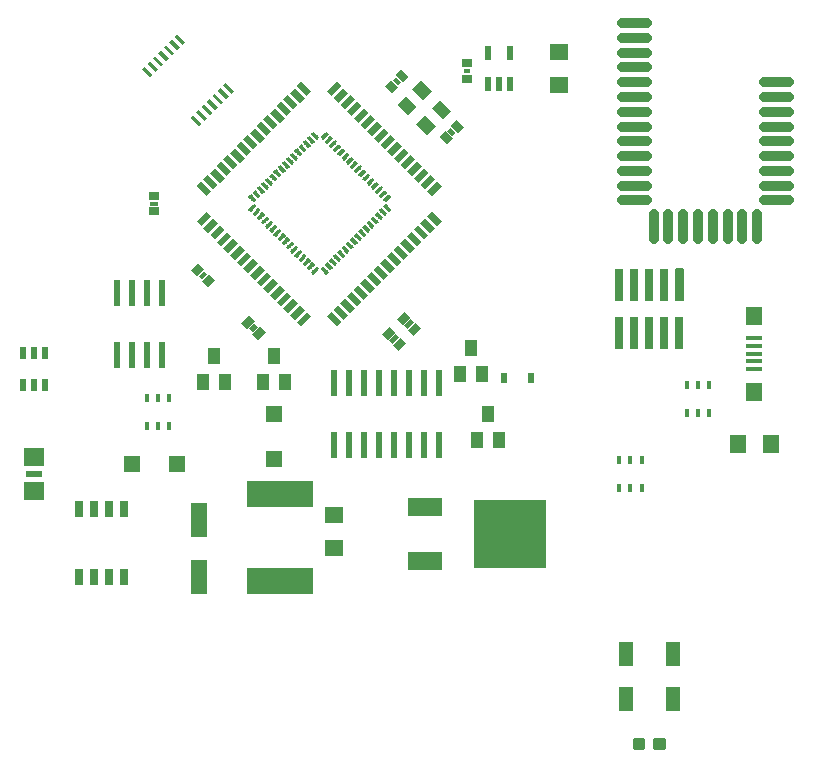
<source format=gtp>
G75*
%MOIN*%
%OFA0B0*%
%FSLAX24Y24*%
%IPPOS*%
%LPD*%
%AMOC8*
5,1,8,0,0,1.08239X$1,22.5*
%
%ADD10R,0.0394X0.0551*%
%ADD11R,0.0295X0.0551*%
%ADD12R,0.1181X0.0630*%
%ADD13R,0.2441X0.2283*%
%ADD14R,0.0630X0.0551*%
%ADD15R,0.0236X0.0866*%
%ADD16R,0.0354X0.0276*%
%ADD17R,0.0315X0.0157*%
%ADD18R,0.0551X0.1181*%
%ADD19R,0.0276X0.0354*%
%ADD20R,0.0157X0.0236*%
%ADD21R,0.0220X0.0470*%
%ADD22R,0.0470X0.0220*%
%ADD23R,0.0512X0.0413*%
%ADD24R,0.0531X0.0157*%
%ADD25R,0.0551X0.0630*%
%ADD26R,0.0157X0.0315*%
%ADD27R,0.0551X0.0551*%
%ADD28R,0.2200X0.0900*%
%ADD29R,0.0120X0.0390*%
%ADD30C,0.0335*%
%ADD31R,0.0217X0.0472*%
%ADD32R,0.0236X0.0157*%
%ADD33C,0.0058*%
%ADD34R,0.0291X0.1102*%
%ADD35C,0.0118*%
%ADD36R,0.0177X0.0276*%
%ADD37R,0.0236X0.0433*%
%ADD38R,0.0710X0.0630*%
%ADD39R,0.0551X0.0236*%
%ADD40C,0.0059*%
%ADD41R,0.0248X0.0327*%
%ADD42R,0.0500X0.0827*%
D10*
X006786Y013892D03*
X007534Y013892D03*
X007160Y014758D03*
X008786Y013892D03*
X009534Y013892D03*
X009160Y014758D03*
X015348Y014142D03*
X016097Y014142D03*
X015723Y015008D03*
X016285Y012821D03*
X015911Y011954D03*
X016659Y011954D03*
D11*
X002660Y007371D03*
X003160Y007371D03*
X003660Y007371D03*
X004160Y007371D03*
X004160Y009654D03*
X003660Y009654D03*
X003160Y009654D03*
X002660Y009654D03*
D12*
X014182Y009725D03*
X014182Y007925D03*
D13*
X017008Y008825D03*
D14*
X011160Y008336D03*
X011160Y009439D03*
X018660Y023774D03*
X018660Y024876D03*
D15*
X014660Y013849D03*
X014160Y013849D03*
X013660Y013849D03*
X013160Y013849D03*
X012660Y013849D03*
X012160Y013849D03*
X011660Y013849D03*
X011160Y013849D03*
X011160Y011801D03*
X011660Y011801D03*
X012160Y011801D03*
X012660Y011801D03*
X013160Y011801D03*
X013660Y011801D03*
X014160Y011801D03*
X014660Y011801D03*
X005410Y014801D03*
X004910Y014801D03*
X004410Y014801D03*
X003910Y014801D03*
X003910Y016849D03*
X004410Y016849D03*
X004910Y016849D03*
X005410Y016849D03*
D16*
X005160Y019569D03*
X005160Y020081D03*
X015598Y024001D03*
X015598Y024513D03*
D17*
X005160Y019825D03*
D18*
X006660Y009270D03*
X006660Y007380D03*
D19*
G36*
X013368Y015366D02*
X013563Y015171D01*
X013314Y014922D01*
X013119Y015117D01*
X013368Y015366D01*
G37*
G36*
X013006Y015728D02*
X013201Y015533D01*
X012952Y015284D01*
X012757Y015479D01*
X013006Y015728D01*
G37*
G36*
X013506Y016228D02*
X013701Y016033D01*
X013452Y015784D01*
X013257Y015979D01*
X013506Y016228D01*
G37*
G36*
X013868Y015866D02*
X014063Y015671D01*
X013814Y015422D01*
X013619Y015617D01*
X013868Y015866D01*
G37*
G36*
X008680Y015741D02*
X008875Y015546D01*
X008626Y015297D01*
X008431Y015492D01*
X008680Y015741D01*
G37*
G36*
X008319Y016103D02*
X008514Y015908D01*
X008265Y015659D01*
X008070Y015854D01*
X008319Y016103D01*
G37*
G36*
X006993Y017491D02*
X007188Y017296D01*
X006939Y017047D01*
X006744Y017242D01*
X006993Y017491D01*
G37*
G36*
X006631Y017853D02*
X006826Y017658D01*
X006577Y017409D01*
X006382Y017604D01*
X006631Y017853D01*
G37*
G36*
X013289Y023705D02*
X013094Y023510D01*
X012845Y023759D01*
X013040Y023954D01*
X013289Y023705D01*
G37*
G36*
X013651Y024067D02*
X013456Y023872D01*
X013207Y024121D01*
X013402Y024316D01*
X013651Y024067D01*
G37*
G36*
X015031Y022423D02*
X015226Y022618D01*
X015475Y022369D01*
X015280Y022174D01*
X015031Y022423D01*
G37*
G36*
X014669Y022061D02*
X014864Y022256D01*
X015113Y022007D01*
X014918Y021812D01*
X014669Y022061D01*
G37*
D20*
G36*
X014934Y022243D02*
X015044Y022353D01*
X015210Y022187D01*
X015100Y022077D01*
X014934Y022243D01*
G37*
G36*
X013386Y023885D02*
X013276Y023775D01*
X013110Y023941D01*
X013220Y024051D01*
X013386Y023885D01*
G37*
G36*
X006813Y017588D02*
X006923Y017478D01*
X006757Y017312D01*
X006647Y017422D01*
X006813Y017588D01*
G37*
G36*
X008501Y015838D02*
X008611Y015728D01*
X008445Y015562D01*
X008335Y015672D01*
X008501Y015838D01*
G37*
D21*
G36*
X009579Y016894D02*
X009734Y016739D01*
X009403Y016408D01*
X009248Y016563D01*
X009579Y016894D01*
G37*
G36*
X009356Y017117D02*
X009511Y016962D01*
X009180Y016631D01*
X009025Y016786D01*
X009356Y017117D01*
G37*
G36*
X009133Y017340D02*
X009288Y017185D01*
X008957Y016854D01*
X008802Y017009D01*
X009133Y017340D01*
G37*
G36*
X008911Y017563D02*
X009066Y017408D01*
X008735Y017077D01*
X008580Y017232D01*
X008911Y017563D01*
G37*
G36*
X008688Y017785D02*
X008843Y017630D01*
X008512Y017299D01*
X008357Y017454D01*
X008688Y017785D01*
G37*
G36*
X008465Y018008D02*
X008620Y017853D01*
X008289Y017522D01*
X008134Y017677D01*
X008465Y018008D01*
G37*
G36*
X008243Y018231D02*
X008398Y018076D01*
X008067Y017745D01*
X007912Y017900D01*
X008243Y018231D01*
G37*
G36*
X008020Y018453D02*
X008175Y018298D01*
X007844Y017967D01*
X007689Y018122D01*
X008020Y018453D01*
G37*
G36*
X007797Y018676D02*
X007952Y018521D01*
X007621Y018190D01*
X007466Y018345D01*
X007797Y018676D01*
G37*
G36*
X007574Y018899D02*
X007729Y018744D01*
X007398Y018413D01*
X007243Y018568D01*
X007574Y018899D01*
G37*
G36*
X007352Y019121D02*
X007507Y018966D01*
X007176Y018635D01*
X007021Y018790D01*
X007352Y019121D01*
G37*
G36*
X007129Y019344D02*
X007284Y019189D01*
X006953Y018858D01*
X006798Y019013D01*
X007129Y019344D01*
G37*
G36*
X006906Y019567D02*
X007061Y019412D01*
X006730Y019081D01*
X006575Y019236D01*
X006906Y019567D01*
G37*
G36*
X009801Y016672D02*
X009956Y016517D01*
X009625Y016186D01*
X009470Y016341D01*
X009801Y016672D01*
G37*
G36*
X010024Y016449D02*
X010179Y016294D01*
X009848Y015963D01*
X009693Y016118D01*
X010024Y016449D01*
G37*
G36*
X010247Y016226D02*
X010402Y016071D01*
X010071Y015740D01*
X009916Y015895D01*
X010247Y016226D01*
G37*
G36*
X014590Y020569D02*
X014745Y020414D01*
X014414Y020083D01*
X014259Y020238D01*
X014590Y020569D01*
G37*
G36*
X014367Y020792D02*
X014522Y020637D01*
X014191Y020306D01*
X014036Y020461D01*
X014367Y020792D01*
G37*
G36*
X014144Y021015D02*
X014299Y020860D01*
X013968Y020529D01*
X013813Y020684D01*
X014144Y021015D01*
G37*
G36*
X013922Y021237D02*
X014077Y021082D01*
X013746Y020751D01*
X013591Y020906D01*
X013922Y021237D01*
G37*
G36*
X013699Y021460D02*
X013854Y021305D01*
X013523Y020974D01*
X013368Y021129D01*
X013699Y021460D01*
G37*
G36*
X013476Y021683D02*
X013631Y021528D01*
X013300Y021197D01*
X013145Y021352D01*
X013476Y021683D01*
G37*
G36*
X013253Y021905D02*
X013408Y021750D01*
X013077Y021419D01*
X012922Y021574D01*
X013253Y021905D01*
G37*
G36*
X013031Y022128D02*
X013186Y021973D01*
X012855Y021642D01*
X012700Y021797D01*
X013031Y022128D01*
G37*
G36*
X012808Y022351D02*
X012963Y022196D01*
X012632Y021865D01*
X012477Y022020D01*
X012808Y022351D01*
G37*
G36*
X012585Y022573D02*
X012740Y022418D01*
X012409Y022087D01*
X012254Y022242D01*
X012585Y022573D01*
G37*
G36*
X012363Y022796D02*
X012518Y022641D01*
X012187Y022310D01*
X012032Y022465D01*
X012363Y022796D01*
G37*
G36*
X012140Y023019D02*
X012295Y022864D01*
X011964Y022533D01*
X011809Y022688D01*
X012140Y023019D01*
G37*
G36*
X011917Y023242D02*
X012072Y023087D01*
X011741Y022756D01*
X011586Y022911D01*
X011917Y023242D01*
G37*
G36*
X011695Y023464D02*
X011850Y023309D01*
X011519Y022978D01*
X011364Y023133D01*
X011695Y023464D01*
G37*
G36*
X011472Y023687D02*
X011627Y023532D01*
X011296Y023201D01*
X011141Y023356D01*
X011472Y023687D01*
G37*
G36*
X011249Y023910D02*
X011404Y023755D01*
X011073Y023424D01*
X010918Y023579D01*
X011249Y023910D01*
G37*
D22*
G36*
X010071Y023910D02*
X010402Y023579D01*
X010247Y023424D01*
X009916Y023755D01*
X010071Y023910D01*
G37*
G36*
X009848Y023687D02*
X010179Y023356D01*
X010024Y023201D01*
X009693Y023532D01*
X009848Y023687D01*
G37*
G36*
X009625Y023464D02*
X009956Y023133D01*
X009801Y022978D01*
X009470Y023309D01*
X009625Y023464D01*
G37*
G36*
X009403Y023242D02*
X009734Y022911D01*
X009579Y022756D01*
X009248Y023087D01*
X009403Y023242D01*
G37*
G36*
X009180Y023019D02*
X009511Y022688D01*
X009356Y022533D01*
X009025Y022864D01*
X009180Y023019D01*
G37*
G36*
X008957Y022796D02*
X009288Y022465D01*
X009133Y022310D01*
X008802Y022641D01*
X008957Y022796D01*
G37*
G36*
X008735Y022573D02*
X009066Y022242D01*
X008911Y022087D01*
X008580Y022418D01*
X008735Y022573D01*
G37*
G36*
X008512Y022351D02*
X008843Y022020D01*
X008688Y021865D01*
X008357Y022196D01*
X008512Y022351D01*
G37*
G36*
X008289Y022128D02*
X008620Y021797D01*
X008465Y021642D01*
X008134Y021973D01*
X008289Y022128D01*
G37*
G36*
X008067Y021905D02*
X008398Y021574D01*
X008243Y021419D01*
X007912Y021750D01*
X008067Y021905D01*
G37*
G36*
X007844Y021683D02*
X008175Y021352D01*
X008020Y021197D01*
X007689Y021528D01*
X007844Y021683D01*
G37*
G36*
X007621Y021460D02*
X007952Y021129D01*
X007797Y020974D01*
X007466Y021305D01*
X007621Y021460D01*
G37*
G36*
X007398Y021237D02*
X007729Y020906D01*
X007574Y020751D01*
X007243Y021082D01*
X007398Y021237D01*
G37*
G36*
X007176Y021015D02*
X007507Y020684D01*
X007352Y020529D01*
X007021Y020860D01*
X007176Y021015D01*
G37*
G36*
X006953Y020792D02*
X007284Y020461D01*
X007129Y020306D01*
X006798Y020637D01*
X006953Y020792D01*
G37*
G36*
X006730Y020569D02*
X007061Y020238D01*
X006906Y020083D01*
X006575Y020414D01*
X006730Y020569D01*
G37*
G36*
X011296Y016449D02*
X011627Y016118D01*
X011472Y015963D01*
X011141Y016294D01*
X011296Y016449D01*
G37*
G36*
X011519Y016672D02*
X011850Y016341D01*
X011695Y016186D01*
X011364Y016517D01*
X011519Y016672D01*
G37*
G36*
X011741Y016894D02*
X012072Y016563D01*
X011917Y016408D01*
X011586Y016739D01*
X011741Y016894D01*
G37*
G36*
X011964Y017117D02*
X012295Y016786D01*
X012140Y016631D01*
X011809Y016962D01*
X011964Y017117D01*
G37*
G36*
X012187Y017340D02*
X012518Y017009D01*
X012363Y016854D01*
X012032Y017185D01*
X012187Y017340D01*
G37*
G36*
X012409Y017563D02*
X012740Y017232D01*
X012585Y017077D01*
X012254Y017408D01*
X012409Y017563D01*
G37*
G36*
X012632Y017785D02*
X012963Y017454D01*
X012808Y017299D01*
X012477Y017630D01*
X012632Y017785D01*
G37*
G36*
X012855Y018008D02*
X013186Y017677D01*
X013031Y017522D01*
X012700Y017853D01*
X012855Y018008D01*
G37*
G36*
X013077Y018231D02*
X013408Y017900D01*
X013253Y017745D01*
X012922Y018076D01*
X013077Y018231D01*
G37*
G36*
X013300Y018453D02*
X013631Y018122D01*
X013476Y017967D01*
X013145Y018298D01*
X013300Y018453D01*
G37*
G36*
X013523Y018676D02*
X013854Y018345D01*
X013699Y018190D01*
X013368Y018521D01*
X013523Y018676D01*
G37*
G36*
X013746Y018899D02*
X014077Y018568D01*
X013922Y018413D01*
X013591Y018744D01*
X013746Y018899D01*
G37*
G36*
X013968Y019121D02*
X014299Y018790D01*
X014144Y018635D01*
X013813Y018966D01*
X013968Y019121D01*
G37*
G36*
X014191Y019344D02*
X014522Y019013D01*
X014367Y018858D01*
X014036Y019189D01*
X014191Y019344D01*
G37*
G36*
X014414Y019567D02*
X014745Y019236D01*
X014590Y019081D01*
X014259Y019412D01*
X014414Y019567D01*
G37*
G36*
X011073Y016226D02*
X011404Y015895D01*
X011249Y015740D01*
X010918Y016071D01*
X011073Y016226D01*
G37*
D23*
G36*
X014188Y022780D02*
X014549Y022419D01*
X014258Y022128D01*
X013897Y022489D01*
X014188Y022780D01*
G37*
G36*
X014703Y023295D02*
X015064Y022934D01*
X014773Y022643D01*
X014412Y023004D01*
X014703Y023295D01*
G37*
G36*
X014062Y023936D02*
X014423Y023575D01*
X014132Y023284D01*
X013771Y023645D01*
X014062Y023936D01*
G37*
G36*
X013547Y023421D02*
X013908Y023060D01*
X013617Y022769D01*
X013256Y023130D01*
X013547Y023421D01*
G37*
D24*
X025160Y015337D03*
X025160Y015081D03*
X025160Y014825D03*
X025160Y014569D03*
X025160Y014313D03*
D25*
X025160Y013565D03*
X024609Y011825D03*
X025711Y011825D03*
X025160Y016085D03*
D26*
G36*
X013715Y015991D02*
X013826Y015880D01*
X013605Y015659D01*
X013494Y015770D01*
X013715Y015991D01*
G37*
G36*
X013215Y015491D02*
X013326Y015380D01*
X013105Y015159D01*
X012994Y015270D01*
X013215Y015491D01*
G37*
D27*
X009160Y012823D03*
X009160Y011327D03*
X005908Y011138D03*
X004412Y011138D03*
D28*
X009348Y010150D03*
X009348Y007250D03*
D29*
G36*
X006374Y022690D02*
X006459Y022775D01*
X006734Y022500D01*
X006649Y022415D01*
X006374Y022690D01*
G37*
G36*
X006555Y022871D02*
X006640Y022956D01*
X006915Y022681D01*
X006830Y022596D01*
X006555Y022871D01*
G37*
G36*
X006736Y023052D02*
X006821Y023137D01*
X007096Y022862D01*
X007011Y022777D01*
X006736Y023052D01*
G37*
G36*
X006917Y023233D02*
X007002Y023318D01*
X007277Y023043D01*
X007192Y022958D01*
X006917Y023233D01*
G37*
G36*
X007098Y023414D02*
X007183Y023499D01*
X007458Y023224D01*
X007373Y023139D01*
X007098Y023414D01*
G37*
G36*
X007279Y023595D02*
X007364Y023680D01*
X007639Y023405D01*
X007554Y023320D01*
X007279Y023595D01*
G37*
G36*
X007460Y023776D02*
X007545Y023861D01*
X007820Y023586D01*
X007735Y023501D01*
X007460Y023776D01*
G37*
G36*
X005836Y025400D02*
X005921Y025485D01*
X006196Y025210D01*
X006111Y025125D01*
X005836Y025400D01*
G37*
G36*
X005655Y025219D02*
X005740Y025304D01*
X006015Y025029D01*
X005930Y024944D01*
X005655Y025219D01*
G37*
G36*
X005474Y025038D02*
X005559Y025123D01*
X005834Y024848D01*
X005749Y024763D01*
X005474Y025038D01*
G37*
G36*
X005293Y024857D02*
X005378Y024942D01*
X005653Y024667D01*
X005568Y024582D01*
X005293Y024857D01*
G37*
G36*
X005112Y024676D02*
X005197Y024761D01*
X005472Y024486D01*
X005387Y024401D01*
X005112Y024676D01*
G37*
G36*
X004931Y024495D02*
X005016Y024580D01*
X005291Y024305D01*
X005206Y024220D01*
X004931Y024495D01*
G37*
G36*
X004750Y024314D02*
X004835Y024399D01*
X005110Y024124D01*
X005025Y024039D01*
X004750Y024314D01*
G37*
D30*
X020740Y024370D02*
X021586Y024370D01*
X020740Y024370D02*
X020740Y024370D01*
X021586Y024370D01*
X021586Y024370D01*
X021586Y024862D02*
X020740Y024862D01*
X020740Y024862D01*
X021586Y024862D01*
X021586Y024862D01*
X021586Y025354D02*
X020740Y025354D01*
X020740Y025354D01*
X021586Y025354D01*
X021586Y025354D01*
X021586Y025846D02*
X020740Y025846D01*
X020740Y025846D01*
X021586Y025846D01*
X021586Y025846D01*
X021586Y023878D02*
X020740Y023878D01*
X020740Y023878D01*
X021586Y023878D01*
X021586Y023878D01*
X021586Y023386D02*
X020740Y023386D01*
X020740Y023386D01*
X021586Y023386D01*
X021586Y023386D01*
X021586Y022893D02*
X020740Y022893D01*
X020740Y022893D01*
X021586Y022893D01*
X021586Y022893D01*
X021586Y022401D02*
X020740Y022401D01*
X020740Y022401D01*
X021586Y022401D01*
X021586Y022401D01*
X021586Y021909D02*
X020740Y021909D01*
X020740Y021909D01*
X021586Y021909D01*
X021586Y021909D01*
X021586Y021417D02*
X020740Y021417D01*
X020740Y021417D01*
X021586Y021417D01*
X021586Y021417D01*
X021586Y020925D02*
X020740Y020925D01*
X020740Y020925D01*
X021586Y020925D01*
X021586Y020925D01*
X021586Y020433D02*
X020740Y020433D01*
X020740Y020433D01*
X021586Y020433D01*
X021586Y020433D01*
X021586Y019941D02*
X020740Y019941D01*
X020740Y019941D01*
X021586Y019941D01*
X021586Y019941D01*
X021813Y019498D02*
X021813Y018652D01*
X021813Y018652D01*
X021813Y019498D01*
X021813Y019498D01*
X021813Y018986D02*
X021813Y018986D01*
X021813Y019320D02*
X021813Y019320D01*
X022305Y019498D02*
X022305Y018652D01*
X022305Y018652D01*
X022305Y019498D01*
X022305Y019498D01*
X022305Y018986D02*
X022305Y018986D01*
X022305Y019320D02*
X022305Y019320D01*
X022797Y019498D02*
X022797Y018652D01*
X022797Y018652D01*
X022797Y019498D01*
X022797Y019498D01*
X022797Y018986D02*
X022797Y018986D01*
X022797Y019320D02*
X022797Y019320D01*
X023289Y019498D02*
X023289Y018652D01*
X023289Y018652D01*
X023289Y019498D01*
X023289Y019498D01*
X023289Y018986D02*
X023289Y018986D01*
X023289Y019320D02*
X023289Y019320D01*
X023781Y019498D02*
X023781Y018652D01*
X023781Y018652D01*
X023781Y019498D01*
X023781Y019498D01*
X023781Y018986D02*
X023781Y018986D01*
X023781Y019320D02*
X023781Y019320D01*
X024273Y019498D02*
X024273Y018652D01*
X024273Y018652D01*
X024273Y019498D01*
X024273Y019498D01*
X024273Y018986D02*
X024273Y018986D01*
X024273Y019320D02*
X024273Y019320D01*
X024765Y019498D02*
X024765Y018652D01*
X024765Y018652D01*
X024765Y019498D01*
X024765Y019498D01*
X024765Y018986D02*
X024765Y018986D01*
X024765Y019320D02*
X024765Y019320D01*
X025257Y019498D02*
X025257Y018652D01*
X025257Y018652D01*
X025257Y019498D01*
X025257Y019498D01*
X025257Y018986D02*
X025257Y018986D01*
X025257Y019320D02*
X025257Y019320D01*
X025484Y019941D02*
X026330Y019941D01*
X026330Y019941D01*
X025484Y019941D01*
X025484Y019941D01*
X025484Y020433D02*
X026330Y020433D01*
X026330Y020433D01*
X025484Y020433D01*
X025484Y020433D01*
X025484Y020925D02*
X026330Y020925D01*
X026330Y020925D01*
X025484Y020925D01*
X025484Y020925D01*
X025484Y021417D02*
X026330Y021417D01*
X026330Y021417D01*
X025484Y021417D01*
X025484Y021417D01*
X025484Y021909D02*
X026330Y021909D01*
X026330Y021909D01*
X025484Y021909D01*
X025484Y021909D01*
X025484Y022401D02*
X026330Y022401D01*
X026330Y022401D01*
X025484Y022401D01*
X025484Y022401D01*
X025484Y022893D02*
X026330Y022893D01*
X026330Y022893D01*
X025484Y022893D01*
X025484Y022893D01*
X025484Y023386D02*
X026330Y023386D01*
X026330Y023386D01*
X025484Y023386D01*
X025484Y023386D01*
X025484Y023878D02*
X026330Y023878D01*
X026330Y023878D01*
X025484Y023878D01*
X025484Y023878D01*
D31*
X017034Y023813D03*
X016660Y023813D03*
X016286Y023813D03*
X016286Y024837D03*
X017034Y024837D03*
D32*
X015598Y024257D03*
D33*
X022544Y017646D02*
X022544Y016602D01*
X022544Y017646D02*
X022776Y017646D01*
X022776Y016602D01*
X022544Y016602D01*
X022544Y016659D02*
X022776Y016659D01*
X022776Y016716D02*
X022544Y016716D01*
X022544Y016773D02*
X022776Y016773D01*
X022776Y016830D02*
X022544Y016830D01*
X022544Y016887D02*
X022776Y016887D01*
X022776Y016944D02*
X022544Y016944D01*
X022544Y017001D02*
X022776Y017001D01*
X022776Y017058D02*
X022544Y017058D01*
X022544Y017115D02*
X022776Y017115D01*
X022776Y017172D02*
X022544Y017172D01*
X022544Y017229D02*
X022776Y017229D01*
X022776Y017286D02*
X022544Y017286D01*
X022544Y017343D02*
X022776Y017343D01*
X022776Y017400D02*
X022544Y017400D01*
X022544Y017457D02*
X022776Y017457D01*
X022776Y017514D02*
X022544Y017514D01*
X022544Y017571D02*
X022776Y017571D01*
X022776Y017628D02*
X022544Y017628D01*
D34*
X022160Y017124D03*
X021660Y017124D03*
X021160Y017124D03*
X020660Y017124D03*
X020660Y015526D03*
X021160Y015526D03*
X021660Y015526D03*
X022160Y015526D03*
X022660Y015526D03*
D35*
X021867Y001963D02*
X021867Y001687D01*
X021867Y001963D02*
X022143Y001963D01*
X022143Y001687D01*
X021867Y001687D01*
X021867Y001804D02*
X022143Y001804D01*
X022143Y001921D02*
X021867Y001921D01*
X021177Y001963D02*
X021177Y001687D01*
X021177Y001963D02*
X021453Y001963D01*
X021453Y001687D01*
X021177Y001687D01*
X021177Y001804D02*
X021453Y001804D01*
X021453Y001921D02*
X021177Y001921D01*
D36*
X021035Y010353D03*
X020661Y010353D03*
X021409Y010353D03*
X021409Y011297D03*
X021035Y011297D03*
X020661Y011297D03*
X022911Y012853D03*
X023285Y012853D03*
X023659Y012853D03*
X023659Y013797D03*
X023285Y013797D03*
X022911Y013797D03*
X005659Y013360D03*
X005285Y013360D03*
X004911Y013360D03*
X004911Y012415D03*
X005285Y012415D03*
X005659Y012415D03*
D37*
X001534Y013794D03*
X001160Y013794D03*
X000786Y013794D03*
X000786Y014856D03*
X001160Y014856D03*
X001534Y014856D03*
D38*
X001160Y011385D03*
X001160Y010265D03*
D39*
X001160Y010825D03*
D40*
X009463Y018810D02*
X009506Y018767D01*
X009353Y018614D01*
X009310Y018657D01*
X009463Y018810D01*
X009411Y018672D02*
X009325Y018672D01*
X009383Y018730D02*
X009469Y018730D01*
X009485Y018788D02*
X009441Y018788D01*
X009367Y018906D02*
X009324Y018949D01*
X009367Y018906D02*
X009214Y018753D01*
X009171Y018796D01*
X009324Y018949D01*
X009272Y018811D02*
X009186Y018811D01*
X009244Y018869D02*
X009330Y018869D01*
X009346Y018927D02*
X009302Y018927D01*
X009227Y019045D02*
X009184Y019088D01*
X009227Y019045D02*
X009074Y018892D01*
X009031Y018935D01*
X009184Y019088D01*
X009132Y018950D02*
X009046Y018950D01*
X009104Y019008D02*
X009190Y019008D01*
X009206Y019066D02*
X009162Y019066D01*
X009088Y019185D02*
X009045Y019228D01*
X009088Y019185D02*
X008935Y019032D01*
X008892Y019075D01*
X009045Y019228D01*
X008993Y019090D02*
X008907Y019090D01*
X008965Y019148D02*
X009051Y019148D01*
X009067Y019206D02*
X009023Y019206D01*
X008949Y019324D02*
X008906Y019367D01*
X008949Y019324D02*
X008796Y019171D01*
X008753Y019214D01*
X008906Y019367D01*
X008854Y019229D02*
X008768Y019229D01*
X008826Y019287D02*
X008912Y019287D01*
X008928Y019345D02*
X008884Y019345D01*
X008810Y019463D02*
X008767Y019506D01*
X008810Y019463D02*
X008657Y019310D01*
X008614Y019353D01*
X008767Y019506D01*
X008715Y019368D02*
X008629Y019368D01*
X008687Y019426D02*
X008773Y019426D01*
X008789Y019484D02*
X008745Y019484D01*
X008671Y019602D02*
X008628Y019645D01*
X008671Y019602D02*
X008518Y019449D01*
X008475Y019492D01*
X008628Y019645D01*
X008576Y019507D02*
X008490Y019507D01*
X008548Y019565D02*
X008634Y019565D01*
X008650Y019623D02*
X008606Y019623D01*
X008531Y019741D02*
X008488Y019784D01*
X008531Y019741D02*
X008378Y019588D01*
X008335Y019631D01*
X008488Y019784D01*
X008436Y019646D02*
X008350Y019646D01*
X008408Y019704D02*
X008494Y019704D01*
X008510Y019762D02*
X008466Y019762D01*
X008531Y019952D02*
X008378Y020105D01*
X008531Y019952D02*
X008488Y019909D01*
X008335Y020062D01*
X008378Y020105D01*
X008430Y019967D02*
X008516Y019967D01*
X008458Y020025D02*
X008372Y020025D01*
X008356Y020083D02*
X008400Y020083D01*
X008518Y020244D02*
X008671Y020091D01*
X008628Y020048D01*
X008475Y020201D01*
X008518Y020244D01*
X008570Y020106D02*
X008656Y020106D01*
X008598Y020164D02*
X008512Y020164D01*
X008496Y020222D02*
X008540Y020222D01*
X008657Y020383D02*
X008810Y020230D01*
X008767Y020187D01*
X008614Y020340D01*
X008657Y020383D01*
X008709Y020245D02*
X008795Y020245D01*
X008737Y020303D02*
X008651Y020303D01*
X008635Y020361D02*
X008679Y020361D01*
X008796Y020522D02*
X008949Y020369D01*
X008906Y020326D01*
X008753Y020479D01*
X008796Y020522D01*
X008848Y020384D02*
X008934Y020384D01*
X008876Y020442D02*
X008790Y020442D01*
X008774Y020500D02*
X008818Y020500D01*
X008935Y020661D02*
X009088Y020508D01*
X009045Y020465D01*
X008892Y020618D01*
X008935Y020661D01*
X008987Y020523D02*
X009073Y020523D01*
X009015Y020581D02*
X008929Y020581D01*
X008913Y020639D02*
X008957Y020639D01*
X009074Y020800D02*
X009227Y020647D01*
X009184Y020604D01*
X009031Y020757D01*
X009074Y020800D01*
X009126Y020662D02*
X009212Y020662D01*
X009154Y020720D02*
X009068Y020720D01*
X009052Y020778D02*
X009096Y020778D01*
X009214Y020940D02*
X009367Y020787D01*
X009324Y020744D01*
X009171Y020897D01*
X009214Y020940D01*
X009266Y020802D02*
X009352Y020802D01*
X009294Y020860D02*
X009208Y020860D01*
X009192Y020918D02*
X009236Y020918D01*
X009353Y021079D02*
X009506Y020926D01*
X009463Y020883D01*
X009310Y021036D01*
X009353Y021079D01*
X009405Y020941D02*
X009491Y020941D01*
X009433Y020999D02*
X009347Y020999D01*
X009331Y021057D02*
X009375Y021057D01*
X009492Y021218D02*
X009645Y021065D01*
X009602Y021022D01*
X009449Y021175D01*
X009492Y021218D01*
X009544Y021080D02*
X009630Y021080D01*
X009572Y021138D02*
X009486Y021138D01*
X009470Y021196D02*
X009514Y021196D01*
X009631Y021357D02*
X009784Y021204D01*
X009741Y021161D01*
X009588Y021314D01*
X009631Y021357D01*
X009683Y021219D02*
X009769Y021219D01*
X009711Y021277D02*
X009625Y021277D01*
X009609Y021335D02*
X009653Y021335D01*
X009770Y021496D02*
X009923Y021343D01*
X009880Y021300D01*
X009727Y021453D01*
X009770Y021496D01*
X009822Y021358D02*
X009908Y021358D01*
X009850Y021416D02*
X009764Y021416D01*
X009748Y021474D02*
X009792Y021474D01*
X009910Y021636D02*
X010063Y021483D01*
X010020Y021440D01*
X009867Y021593D01*
X009910Y021636D01*
X009962Y021498D02*
X010048Y021498D01*
X009990Y021556D02*
X009904Y021556D01*
X009888Y021614D02*
X009932Y021614D01*
X010049Y021775D02*
X010202Y021622D01*
X010159Y021579D01*
X010006Y021732D01*
X010049Y021775D01*
X010101Y021637D02*
X010187Y021637D01*
X010129Y021695D02*
X010043Y021695D01*
X010027Y021753D02*
X010071Y021753D01*
X010188Y021914D02*
X010341Y021761D01*
X010298Y021718D01*
X010145Y021871D01*
X010188Y021914D01*
X010240Y021776D02*
X010326Y021776D01*
X010268Y021834D02*
X010182Y021834D01*
X010166Y021892D02*
X010210Y021892D01*
X010327Y022053D02*
X010480Y021900D01*
X010437Y021857D01*
X010284Y022010D01*
X010327Y022053D01*
X010379Y021915D02*
X010465Y021915D01*
X010407Y021973D02*
X010321Y021973D01*
X010305Y022031D02*
X010349Y022031D01*
X010466Y022192D02*
X010619Y022039D01*
X010576Y021996D01*
X010423Y022149D01*
X010466Y022192D01*
X010518Y022054D02*
X010604Y022054D01*
X010546Y022112D02*
X010460Y022112D01*
X010444Y022170D02*
X010488Y022170D01*
X010897Y022192D02*
X010940Y022149D01*
X010787Y021996D01*
X010744Y022039D01*
X010897Y022192D01*
X010845Y022054D02*
X010759Y022054D01*
X010817Y022112D02*
X010903Y022112D01*
X010919Y022170D02*
X010875Y022170D01*
X011036Y022053D02*
X011079Y022010D01*
X010926Y021857D01*
X010883Y021900D01*
X011036Y022053D01*
X010984Y021915D02*
X010898Y021915D01*
X010956Y021973D02*
X011042Y021973D01*
X011058Y022031D02*
X011014Y022031D01*
X011175Y021914D02*
X011218Y021871D01*
X011065Y021718D01*
X011022Y021761D01*
X011175Y021914D01*
X011123Y021776D02*
X011037Y021776D01*
X011095Y021834D02*
X011181Y021834D01*
X011197Y021892D02*
X011153Y021892D01*
X011314Y021775D02*
X011357Y021732D01*
X011204Y021579D01*
X011161Y021622D01*
X011314Y021775D01*
X011262Y021637D02*
X011176Y021637D01*
X011234Y021695D02*
X011320Y021695D01*
X011336Y021753D02*
X011292Y021753D01*
X011453Y021636D02*
X011496Y021593D01*
X011343Y021440D01*
X011300Y021483D01*
X011453Y021636D01*
X011401Y021498D02*
X011315Y021498D01*
X011373Y021556D02*
X011459Y021556D01*
X011475Y021614D02*
X011431Y021614D01*
X011592Y021496D02*
X011635Y021453D01*
X011482Y021300D01*
X011439Y021343D01*
X011592Y021496D01*
X011540Y021358D02*
X011454Y021358D01*
X011512Y021416D02*
X011598Y021416D01*
X011614Y021474D02*
X011570Y021474D01*
X011732Y021357D02*
X011775Y021314D01*
X011622Y021161D01*
X011579Y021204D01*
X011732Y021357D01*
X011680Y021219D02*
X011594Y021219D01*
X011652Y021277D02*
X011738Y021277D01*
X011754Y021335D02*
X011710Y021335D01*
X011871Y021218D02*
X011914Y021175D01*
X011761Y021022D01*
X011718Y021065D01*
X011871Y021218D01*
X011819Y021080D02*
X011733Y021080D01*
X011791Y021138D02*
X011877Y021138D01*
X011893Y021196D02*
X011849Y021196D01*
X012010Y021079D02*
X012053Y021036D01*
X011900Y020883D01*
X011857Y020926D01*
X012010Y021079D01*
X011958Y020941D02*
X011872Y020941D01*
X011930Y020999D02*
X012016Y020999D01*
X012032Y021057D02*
X011988Y021057D01*
X012149Y020940D02*
X012192Y020897D01*
X012039Y020744D01*
X011996Y020787D01*
X012149Y020940D01*
X012097Y020802D02*
X012011Y020802D01*
X012069Y020860D02*
X012155Y020860D01*
X012171Y020918D02*
X012127Y020918D01*
X012288Y020800D02*
X012331Y020757D01*
X012178Y020604D01*
X012135Y020647D01*
X012288Y020800D01*
X012236Y020662D02*
X012150Y020662D01*
X012208Y020720D02*
X012294Y020720D01*
X012310Y020778D02*
X012266Y020778D01*
X012428Y020661D02*
X012471Y020618D01*
X012318Y020465D01*
X012275Y020508D01*
X012428Y020661D01*
X012376Y020523D02*
X012290Y020523D01*
X012348Y020581D02*
X012434Y020581D01*
X012450Y020639D02*
X012406Y020639D01*
X012567Y020522D02*
X012610Y020479D01*
X012457Y020326D01*
X012414Y020369D01*
X012567Y020522D01*
X012515Y020384D02*
X012429Y020384D01*
X012487Y020442D02*
X012573Y020442D01*
X012589Y020500D02*
X012545Y020500D01*
X012706Y020383D02*
X012749Y020340D01*
X012596Y020187D01*
X012553Y020230D01*
X012706Y020383D01*
X012654Y020245D02*
X012568Y020245D01*
X012626Y020303D02*
X012712Y020303D01*
X012728Y020361D02*
X012684Y020361D01*
X012845Y020244D02*
X012888Y020201D01*
X012735Y020048D01*
X012692Y020091D01*
X012845Y020244D01*
X012793Y020106D02*
X012707Y020106D01*
X012765Y020164D02*
X012851Y020164D01*
X012867Y020222D02*
X012823Y020222D01*
X012984Y020105D02*
X013027Y020062D01*
X012874Y019909D01*
X012831Y019952D01*
X012984Y020105D01*
X012932Y019967D02*
X012846Y019967D01*
X012904Y020025D02*
X012990Y020025D01*
X013006Y020083D02*
X012962Y020083D01*
X012874Y019784D02*
X013027Y019631D01*
X012984Y019588D01*
X012831Y019741D01*
X012874Y019784D01*
X012926Y019646D02*
X013012Y019646D01*
X012954Y019704D02*
X012868Y019704D01*
X012852Y019762D02*
X012896Y019762D01*
X012735Y019645D02*
X012888Y019492D01*
X012845Y019449D01*
X012692Y019602D01*
X012735Y019645D01*
X012787Y019507D02*
X012873Y019507D01*
X012815Y019565D02*
X012729Y019565D01*
X012713Y019623D02*
X012757Y019623D01*
X012596Y019506D02*
X012749Y019353D01*
X012706Y019310D01*
X012553Y019463D01*
X012596Y019506D01*
X012648Y019368D02*
X012734Y019368D01*
X012676Y019426D02*
X012590Y019426D01*
X012574Y019484D02*
X012618Y019484D01*
X012457Y019367D02*
X012610Y019214D01*
X012567Y019171D01*
X012414Y019324D01*
X012457Y019367D01*
X012509Y019229D02*
X012595Y019229D01*
X012537Y019287D02*
X012451Y019287D01*
X012435Y019345D02*
X012479Y019345D01*
X012318Y019228D02*
X012471Y019075D01*
X012428Y019032D01*
X012275Y019185D01*
X012318Y019228D01*
X012370Y019090D02*
X012456Y019090D01*
X012398Y019148D02*
X012312Y019148D01*
X012296Y019206D02*
X012340Y019206D01*
X012178Y019088D02*
X012331Y018935D01*
X012288Y018892D01*
X012135Y019045D01*
X012178Y019088D01*
X012230Y018950D02*
X012316Y018950D01*
X012258Y019008D02*
X012172Y019008D01*
X012156Y019066D02*
X012200Y019066D01*
X012039Y018949D02*
X012192Y018796D01*
X012149Y018753D01*
X011996Y018906D01*
X012039Y018949D01*
X012091Y018811D02*
X012177Y018811D01*
X012119Y018869D02*
X012033Y018869D01*
X012017Y018927D02*
X012061Y018927D01*
X011900Y018810D02*
X012053Y018657D01*
X012010Y018614D01*
X011857Y018767D01*
X011900Y018810D01*
X011952Y018672D02*
X012038Y018672D01*
X011980Y018730D02*
X011894Y018730D01*
X011878Y018788D02*
X011922Y018788D01*
X011761Y018671D02*
X011914Y018518D01*
X011871Y018475D01*
X011718Y018628D01*
X011761Y018671D01*
X011813Y018533D02*
X011899Y018533D01*
X011841Y018591D02*
X011755Y018591D01*
X011739Y018649D02*
X011783Y018649D01*
X011622Y018532D02*
X011775Y018379D01*
X011732Y018336D01*
X011579Y018489D01*
X011622Y018532D01*
X011674Y018394D02*
X011760Y018394D01*
X011702Y018452D02*
X011616Y018452D01*
X011600Y018510D02*
X011644Y018510D01*
X011482Y018392D02*
X011635Y018239D01*
X011592Y018196D01*
X011439Y018349D01*
X011482Y018392D01*
X011534Y018254D02*
X011620Y018254D01*
X011562Y018312D02*
X011476Y018312D01*
X011460Y018370D02*
X011504Y018370D01*
X011343Y018253D02*
X011496Y018100D01*
X011453Y018057D01*
X011300Y018210D01*
X011343Y018253D01*
X011395Y018115D02*
X011481Y018115D01*
X011423Y018173D02*
X011337Y018173D01*
X011321Y018231D02*
X011365Y018231D01*
X011204Y018114D02*
X011357Y017961D01*
X011314Y017918D01*
X011161Y018071D01*
X011204Y018114D01*
X011256Y017976D02*
X011342Y017976D01*
X011284Y018034D02*
X011198Y018034D01*
X011182Y018092D02*
X011226Y018092D01*
X011065Y017975D02*
X011218Y017822D01*
X011175Y017779D01*
X011022Y017932D01*
X011065Y017975D01*
X011117Y017837D02*
X011203Y017837D01*
X011145Y017895D02*
X011059Y017895D01*
X011043Y017953D02*
X011087Y017953D01*
X010926Y017836D02*
X011079Y017683D01*
X011036Y017640D01*
X010883Y017793D01*
X010926Y017836D01*
X010978Y017698D02*
X011064Y017698D01*
X011006Y017756D02*
X010920Y017756D01*
X010904Y017814D02*
X010948Y017814D01*
X010787Y017696D02*
X010940Y017543D01*
X010897Y017500D01*
X010744Y017653D01*
X010787Y017696D01*
X010839Y017558D02*
X010925Y017558D01*
X010867Y017616D02*
X010781Y017616D01*
X010765Y017674D02*
X010809Y017674D01*
X010619Y017653D02*
X010576Y017696D01*
X010619Y017653D02*
X010466Y017500D01*
X010423Y017543D01*
X010576Y017696D01*
X010524Y017558D02*
X010438Y017558D01*
X010496Y017616D02*
X010582Y017616D01*
X010598Y017674D02*
X010554Y017674D01*
X010480Y017793D02*
X010437Y017836D01*
X010480Y017793D02*
X010327Y017640D01*
X010284Y017683D01*
X010437Y017836D01*
X010385Y017698D02*
X010299Y017698D01*
X010357Y017756D02*
X010443Y017756D01*
X010459Y017814D02*
X010415Y017814D01*
X010341Y017932D02*
X010298Y017975D01*
X010341Y017932D02*
X010188Y017779D01*
X010145Y017822D01*
X010298Y017975D01*
X010246Y017837D02*
X010160Y017837D01*
X010218Y017895D02*
X010304Y017895D01*
X010320Y017953D02*
X010276Y017953D01*
X010202Y018071D02*
X010159Y018114D01*
X010202Y018071D02*
X010049Y017918D01*
X010006Y017961D01*
X010159Y018114D01*
X010107Y017976D02*
X010021Y017976D01*
X010079Y018034D02*
X010165Y018034D01*
X010181Y018092D02*
X010137Y018092D01*
X010063Y018210D02*
X010020Y018253D01*
X010063Y018210D02*
X009910Y018057D01*
X009867Y018100D01*
X010020Y018253D01*
X009968Y018115D02*
X009882Y018115D01*
X009940Y018173D02*
X010026Y018173D01*
X010042Y018231D02*
X009998Y018231D01*
X009923Y018349D02*
X009880Y018392D01*
X009923Y018349D02*
X009770Y018196D01*
X009727Y018239D01*
X009880Y018392D01*
X009828Y018254D02*
X009742Y018254D01*
X009800Y018312D02*
X009886Y018312D01*
X009902Y018370D02*
X009858Y018370D01*
X009784Y018489D02*
X009741Y018532D01*
X009784Y018489D02*
X009631Y018336D01*
X009588Y018379D01*
X009741Y018532D01*
X009689Y018394D02*
X009603Y018394D01*
X009661Y018452D02*
X009747Y018452D01*
X009763Y018510D02*
X009719Y018510D01*
X009645Y018628D02*
X009602Y018671D01*
X009645Y018628D02*
X009492Y018475D01*
X009449Y018518D01*
X009602Y018671D01*
X009550Y018533D02*
X009464Y018533D01*
X009522Y018591D02*
X009608Y018591D01*
X009624Y018649D02*
X009580Y018649D01*
D41*
X016832Y014013D03*
X017738Y014013D03*
D42*
X020879Y004825D03*
X020879Y003325D03*
X022441Y003325D03*
X022441Y004825D03*
M02*

</source>
